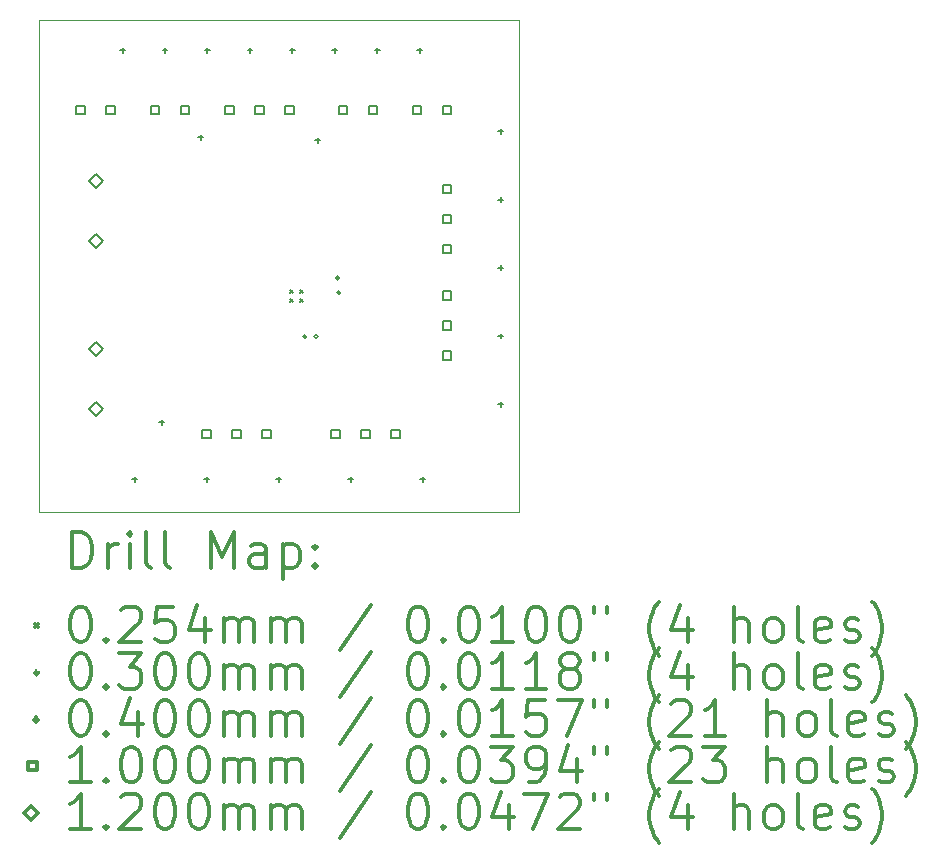
<source format=gbr>
%FSLAX45Y45*%
G04 Gerber Fmt 4.5, Leading zero omitted, Abs format (unit mm)*
G04 Created by KiCad (PCBNEW (5.1.10)-1) date 2021-07-06 21:05:42*
%MOMM*%
%LPD*%
G01*
G04 APERTURE LIST*
%TA.AperFunction,Profile*%
%ADD10C,0.050000*%
%TD*%
%ADD11C,0.200000*%
%ADD12C,0.300000*%
G04 APERTURE END LIST*
D10*
X15367000Y-12750800D02*
X15367000Y-12776200D01*
X15367000Y-8610600D02*
X15367000Y-12750800D01*
X19431000Y-8610600D02*
X15367000Y-8610600D01*
X19431000Y-12776200D02*
X19431000Y-8610600D01*
X15367000Y-12776200D02*
X19431000Y-12776200D01*
D11*
X17499330Y-10895330D02*
X17524730Y-10920730D01*
X17524730Y-10895330D02*
X17499330Y-10920730D01*
X17499330Y-10974070D02*
X17524730Y-10999470D01*
X17524730Y-10974070D02*
X17499330Y-10999470D01*
X17578070Y-10895330D02*
X17603470Y-10920730D01*
X17603470Y-10895330D02*
X17578070Y-10920730D01*
X17578070Y-10974070D02*
X17603470Y-10999470D01*
X17603470Y-10974070D02*
X17578070Y-10999470D01*
X17634980Y-11290300D02*
G75*
G03*
X17634980Y-11290300I-15000J0D01*
G01*
X17731500Y-11287760D02*
G75*
G03*
X17731500Y-11287760I-15000J0D01*
G01*
X17914360Y-10792441D02*
G75*
G03*
X17914360Y-10792441I-15000J0D01*
G01*
X17922000Y-10916920D02*
G75*
G03*
X17922000Y-10916920I-15000J0D01*
G01*
X16078200Y-8844600D02*
X16078200Y-8884600D01*
X16058200Y-8864600D02*
X16098200Y-8864600D01*
X16179800Y-12476800D02*
X16179800Y-12516800D01*
X16159800Y-12496800D02*
X16199800Y-12496800D01*
X16408400Y-11994200D02*
X16408400Y-12034200D01*
X16388400Y-12014200D02*
X16428400Y-12014200D01*
X16437428Y-8844600D02*
X16437428Y-8884600D01*
X16417428Y-8864600D02*
X16457428Y-8864600D01*
X16738600Y-9581200D02*
X16738600Y-9621200D01*
X16718600Y-9601200D02*
X16758600Y-9601200D01*
X16789400Y-12476800D02*
X16789400Y-12516800D01*
X16769400Y-12496800D02*
X16809400Y-12496800D01*
X16796657Y-8844600D02*
X16796657Y-8884600D01*
X16776657Y-8864600D02*
X16816657Y-8864600D01*
X17155886Y-8844600D02*
X17155886Y-8884600D01*
X17135886Y-8864600D02*
X17175886Y-8864600D01*
X17399000Y-12476800D02*
X17399000Y-12516800D01*
X17379000Y-12496800D02*
X17419000Y-12496800D01*
X17515114Y-8844600D02*
X17515114Y-8884600D01*
X17495114Y-8864600D02*
X17535114Y-8864600D01*
X17729200Y-9606600D02*
X17729200Y-9646600D01*
X17709200Y-9626600D02*
X17749200Y-9626600D01*
X17874343Y-8844600D02*
X17874343Y-8884600D01*
X17854343Y-8864600D02*
X17894343Y-8864600D01*
X18008600Y-12476800D02*
X18008600Y-12516800D01*
X17988600Y-12496800D02*
X18028600Y-12496800D01*
X18233571Y-8844600D02*
X18233571Y-8884600D01*
X18213571Y-8864600D02*
X18253571Y-8864600D01*
X18592800Y-8844600D02*
X18592800Y-8884600D01*
X18572800Y-8864600D02*
X18612800Y-8864600D01*
X18618200Y-12476800D02*
X18618200Y-12516800D01*
X18598200Y-12496800D02*
X18638200Y-12496800D01*
X19278600Y-9530400D02*
X19278600Y-9570400D01*
X19258600Y-9550400D02*
X19298600Y-9550400D01*
X19278600Y-10108250D02*
X19278600Y-10148250D01*
X19258600Y-10128250D02*
X19298600Y-10128250D01*
X19278600Y-10686100D02*
X19278600Y-10726100D01*
X19258600Y-10706100D02*
X19298600Y-10706100D01*
X19278600Y-11263950D02*
X19278600Y-11303950D01*
X19258600Y-11283950D02*
X19298600Y-11283950D01*
X19278600Y-11841800D02*
X19278600Y-11881800D01*
X19258600Y-11861800D02*
X19298600Y-11861800D01*
X15757956Y-9402876D02*
X15757956Y-9332164D01*
X15687244Y-9332164D01*
X15687244Y-9402876D01*
X15757956Y-9402876D01*
X16011956Y-9402876D02*
X16011956Y-9332164D01*
X15941244Y-9332164D01*
X15941244Y-9402876D01*
X16011956Y-9402876D01*
X16387876Y-9402876D02*
X16387876Y-9332164D01*
X16317164Y-9332164D01*
X16317164Y-9402876D01*
X16387876Y-9402876D01*
X16641876Y-9402876D02*
X16641876Y-9332164D01*
X16571164Y-9332164D01*
X16571164Y-9402876D01*
X16641876Y-9402876D01*
X16824756Y-12151156D02*
X16824756Y-12080444D01*
X16754044Y-12080444D01*
X16754044Y-12151156D01*
X16824756Y-12151156D01*
X17017796Y-9402876D02*
X17017796Y-9332164D01*
X16947084Y-9332164D01*
X16947084Y-9402876D01*
X17017796Y-9402876D01*
X17078756Y-12151156D02*
X17078756Y-12080444D01*
X17008044Y-12080444D01*
X17008044Y-12151156D01*
X17078756Y-12151156D01*
X17271796Y-9402876D02*
X17271796Y-9332164D01*
X17201084Y-9332164D01*
X17201084Y-9402876D01*
X17271796Y-9402876D01*
X17332756Y-12151156D02*
X17332756Y-12080444D01*
X17262044Y-12080444D01*
X17262044Y-12151156D01*
X17332756Y-12151156D01*
X17525796Y-9402876D02*
X17525796Y-9332164D01*
X17455084Y-9332164D01*
X17455084Y-9402876D01*
X17525796Y-9402876D01*
X17916956Y-12151156D02*
X17916956Y-12080444D01*
X17846244Y-12080444D01*
X17846244Y-12151156D01*
X17916956Y-12151156D01*
X17977916Y-9402876D02*
X17977916Y-9332164D01*
X17907204Y-9332164D01*
X17907204Y-9402876D01*
X17977916Y-9402876D01*
X18170956Y-12151156D02*
X18170956Y-12080444D01*
X18100244Y-12080444D01*
X18100244Y-12151156D01*
X18170956Y-12151156D01*
X18231916Y-9402876D02*
X18231916Y-9332164D01*
X18161204Y-9332164D01*
X18161204Y-9402876D01*
X18231916Y-9402876D01*
X18424956Y-12151156D02*
X18424956Y-12080444D01*
X18354244Y-12080444D01*
X18354244Y-12151156D01*
X18424956Y-12151156D01*
X18607836Y-9402876D02*
X18607836Y-9332164D01*
X18537124Y-9332164D01*
X18537124Y-9402876D01*
X18607836Y-9402876D01*
X18860566Y-10074706D02*
X18860566Y-10003994D01*
X18789854Y-10003994D01*
X18789854Y-10074706D01*
X18860566Y-10074706D01*
X18860566Y-10328706D02*
X18860566Y-10257994D01*
X18789854Y-10257994D01*
X18789854Y-10328706D01*
X18860566Y-10328706D01*
X18860566Y-10582706D02*
X18860566Y-10511994D01*
X18789854Y-10511994D01*
X18789854Y-10582706D01*
X18860566Y-10582706D01*
X18860566Y-10976406D02*
X18860566Y-10905694D01*
X18789854Y-10905694D01*
X18789854Y-10976406D01*
X18860566Y-10976406D01*
X18860566Y-11230406D02*
X18860566Y-11159694D01*
X18789854Y-11159694D01*
X18789854Y-11230406D01*
X18860566Y-11230406D01*
X18860566Y-11484406D02*
X18860566Y-11413694D01*
X18789854Y-11413694D01*
X18789854Y-11484406D01*
X18860566Y-11484406D01*
X18861836Y-9402876D02*
X18861836Y-9332164D01*
X18791124Y-9332164D01*
X18791124Y-9402876D01*
X18861836Y-9402876D01*
X15849600Y-10032040D02*
X15909600Y-9972040D01*
X15849600Y-9912040D01*
X15789600Y-9972040D01*
X15849600Y-10032040D01*
X15849600Y-10540040D02*
X15909600Y-10480040D01*
X15849600Y-10420040D01*
X15789600Y-10480040D01*
X15849600Y-10540040D01*
X15849600Y-11454440D02*
X15909600Y-11394440D01*
X15849600Y-11334440D01*
X15789600Y-11394440D01*
X15849600Y-11454440D01*
X15849600Y-11962440D02*
X15909600Y-11902440D01*
X15849600Y-11842440D01*
X15789600Y-11902440D01*
X15849600Y-11962440D01*
D12*
X15650928Y-13244414D02*
X15650928Y-12944414D01*
X15722357Y-12944414D01*
X15765214Y-12958700D01*
X15793786Y-12987271D01*
X15808071Y-13015843D01*
X15822357Y-13072986D01*
X15822357Y-13115843D01*
X15808071Y-13172986D01*
X15793786Y-13201557D01*
X15765214Y-13230129D01*
X15722357Y-13244414D01*
X15650928Y-13244414D01*
X15950928Y-13244414D02*
X15950928Y-13044414D01*
X15950928Y-13101557D02*
X15965214Y-13072986D01*
X15979500Y-13058700D01*
X16008071Y-13044414D01*
X16036643Y-13044414D01*
X16136643Y-13244414D02*
X16136643Y-13044414D01*
X16136643Y-12944414D02*
X16122357Y-12958700D01*
X16136643Y-12972986D01*
X16150928Y-12958700D01*
X16136643Y-12944414D01*
X16136643Y-12972986D01*
X16322357Y-13244414D02*
X16293786Y-13230129D01*
X16279500Y-13201557D01*
X16279500Y-12944414D01*
X16479500Y-13244414D02*
X16450928Y-13230129D01*
X16436643Y-13201557D01*
X16436643Y-12944414D01*
X16822357Y-13244414D02*
X16822357Y-12944414D01*
X16922357Y-13158700D01*
X17022357Y-12944414D01*
X17022357Y-13244414D01*
X17293786Y-13244414D02*
X17293786Y-13087271D01*
X17279500Y-13058700D01*
X17250928Y-13044414D01*
X17193786Y-13044414D01*
X17165214Y-13058700D01*
X17293786Y-13230129D02*
X17265214Y-13244414D01*
X17193786Y-13244414D01*
X17165214Y-13230129D01*
X17150928Y-13201557D01*
X17150928Y-13172986D01*
X17165214Y-13144414D01*
X17193786Y-13130129D01*
X17265214Y-13130129D01*
X17293786Y-13115843D01*
X17436643Y-13044414D02*
X17436643Y-13344414D01*
X17436643Y-13058700D02*
X17465214Y-13044414D01*
X17522357Y-13044414D01*
X17550928Y-13058700D01*
X17565214Y-13072986D01*
X17579500Y-13101557D01*
X17579500Y-13187271D01*
X17565214Y-13215843D01*
X17550928Y-13230129D01*
X17522357Y-13244414D01*
X17465214Y-13244414D01*
X17436643Y-13230129D01*
X17708071Y-13215843D02*
X17722357Y-13230129D01*
X17708071Y-13244414D01*
X17693786Y-13230129D01*
X17708071Y-13215843D01*
X17708071Y-13244414D01*
X17708071Y-13058700D02*
X17722357Y-13072986D01*
X17708071Y-13087271D01*
X17693786Y-13072986D01*
X17708071Y-13058700D01*
X17708071Y-13087271D01*
X15339100Y-13726000D02*
X15364500Y-13751400D01*
X15364500Y-13726000D02*
X15339100Y-13751400D01*
X15708071Y-13574414D02*
X15736643Y-13574414D01*
X15765214Y-13588700D01*
X15779500Y-13602986D01*
X15793786Y-13631557D01*
X15808071Y-13688700D01*
X15808071Y-13760129D01*
X15793786Y-13817271D01*
X15779500Y-13845843D01*
X15765214Y-13860129D01*
X15736643Y-13874414D01*
X15708071Y-13874414D01*
X15679500Y-13860129D01*
X15665214Y-13845843D01*
X15650928Y-13817271D01*
X15636643Y-13760129D01*
X15636643Y-13688700D01*
X15650928Y-13631557D01*
X15665214Y-13602986D01*
X15679500Y-13588700D01*
X15708071Y-13574414D01*
X15936643Y-13845843D02*
X15950928Y-13860129D01*
X15936643Y-13874414D01*
X15922357Y-13860129D01*
X15936643Y-13845843D01*
X15936643Y-13874414D01*
X16065214Y-13602986D02*
X16079500Y-13588700D01*
X16108071Y-13574414D01*
X16179500Y-13574414D01*
X16208071Y-13588700D01*
X16222357Y-13602986D01*
X16236643Y-13631557D01*
X16236643Y-13660129D01*
X16222357Y-13702986D01*
X16050928Y-13874414D01*
X16236643Y-13874414D01*
X16508071Y-13574414D02*
X16365214Y-13574414D01*
X16350928Y-13717271D01*
X16365214Y-13702986D01*
X16393786Y-13688700D01*
X16465214Y-13688700D01*
X16493786Y-13702986D01*
X16508071Y-13717271D01*
X16522357Y-13745843D01*
X16522357Y-13817271D01*
X16508071Y-13845843D01*
X16493786Y-13860129D01*
X16465214Y-13874414D01*
X16393786Y-13874414D01*
X16365214Y-13860129D01*
X16350928Y-13845843D01*
X16779500Y-13674414D02*
X16779500Y-13874414D01*
X16708071Y-13560129D02*
X16636643Y-13774414D01*
X16822357Y-13774414D01*
X16936643Y-13874414D02*
X16936643Y-13674414D01*
X16936643Y-13702986D02*
X16950928Y-13688700D01*
X16979500Y-13674414D01*
X17022357Y-13674414D01*
X17050928Y-13688700D01*
X17065214Y-13717271D01*
X17065214Y-13874414D01*
X17065214Y-13717271D02*
X17079500Y-13688700D01*
X17108071Y-13674414D01*
X17150928Y-13674414D01*
X17179500Y-13688700D01*
X17193786Y-13717271D01*
X17193786Y-13874414D01*
X17336643Y-13874414D02*
X17336643Y-13674414D01*
X17336643Y-13702986D02*
X17350928Y-13688700D01*
X17379500Y-13674414D01*
X17422357Y-13674414D01*
X17450928Y-13688700D01*
X17465214Y-13717271D01*
X17465214Y-13874414D01*
X17465214Y-13717271D02*
X17479500Y-13688700D01*
X17508071Y-13674414D01*
X17550928Y-13674414D01*
X17579500Y-13688700D01*
X17593786Y-13717271D01*
X17593786Y-13874414D01*
X18179500Y-13560129D02*
X17922357Y-13945843D01*
X18565214Y-13574414D02*
X18593786Y-13574414D01*
X18622357Y-13588700D01*
X18636643Y-13602986D01*
X18650928Y-13631557D01*
X18665214Y-13688700D01*
X18665214Y-13760129D01*
X18650928Y-13817271D01*
X18636643Y-13845843D01*
X18622357Y-13860129D01*
X18593786Y-13874414D01*
X18565214Y-13874414D01*
X18536643Y-13860129D01*
X18522357Y-13845843D01*
X18508071Y-13817271D01*
X18493786Y-13760129D01*
X18493786Y-13688700D01*
X18508071Y-13631557D01*
X18522357Y-13602986D01*
X18536643Y-13588700D01*
X18565214Y-13574414D01*
X18793786Y-13845843D02*
X18808071Y-13860129D01*
X18793786Y-13874414D01*
X18779500Y-13860129D01*
X18793786Y-13845843D01*
X18793786Y-13874414D01*
X18993786Y-13574414D02*
X19022357Y-13574414D01*
X19050928Y-13588700D01*
X19065214Y-13602986D01*
X19079500Y-13631557D01*
X19093786Y-13688700D01*
X19093786Y-13760129D01*
X19079500Y-13817271D01*
X19065214Y-13845843D01*
X19050928Y-13860129D01*
X19022357Y-13874414D01*
X18993786Y-13874414D01*
X18965214Y-13860129D01*
X18950928Y-13845843D01*
X18936643Y-13817271D01*
X18922357Y-13760129D01*
X18922357Y-13688700D01*
X18936643Y-13631557D01*
X18950928Y-13602986D01*
X18965214Y-13588700D01*
X18993786Y-13574414D01*
X19379500Y-13874414D02*
X19208071Y-13874414D01*
X19293786Y-13874414D02*
X19293786Y-13574414D01*
X19265214Y-13617271D01*
X19236643Y-13645843D01*
X19208071Y-13660129D01*
X19565214Y-13574414D02*
X19593786Y-13574414D01*
X19622357Y-13588700D01*
X19636643Y-13602986D01*
X19650928Y-13631557D01*
X19665214Y-13688700D01*
X19665214Y-13760129D01*
X19650928Y-13817271D01*
X19636643Y-13845843D01*
X19622357Y-13860129D01*
X19593786Y-13874414D01*
X19565214Y-13874414D01*
X19536643Y-13860129D01*
X19522357Y-13845843D01*
X19508071Y-13817271D01*
X19493786Y-13760129D01*
X19493786Y-13688700D01*
X19508071Y-13631557D01*
X19522357Y-13602986D01*
X19536643Y-13588700D01*
X19565214Y-13574414D01*
X19850928Y-13574414D02*
X19879500Y-13574414D01*
X19908071Y-13588700D01*
X19922357Y-13602986D01*
X19936643Y-13631557D01*
X19950928Y-13688700D01*
X19950928Y-13760129D01*
X19936643Y-13817271D01*
X19922357Y-13845843D01*
X19908071Y-13860129D01*
X19879500Y-13874414D01*
X19850928Y-13874414D01*
X19822357Y-13860129D01*
X19808071Y-13845843D01*
X19793786Y-13817271D01*
X19779500Y-13760129D01*
X19779500Y-13688700D01*
X19793786Y-13631557D01*
X19808071Y-13602986D01*
X19822357Y-13588700D01*
X19850928Y-13574414D01*
X20065214Y-13574414D02*
X20065214Y-13631557D01*
X20179500Y-13574414D02*
X20179500Y-13631557D01*
X20622357Y-13988700D02*
X20608071Y-13974414D01*
X20579500Y-13931557D01*
X20565214Y-13902986D01*
X20550928Y-13860129D01*
X20536643Y-13788700D01*
X20536643Y-13731557D01*
X20550928Y-13660129D01*
X20565214Y-13617271D01*
X20579500Y-13588700D01*
X20608071Y-13545843D01*
X20622357Y-13531557D01*
X20865214Y-13674414D02*
X20865214Y-13874414D01*
X20793786Y-13560129D02*
X20722357Y-13774414D01*
X20908071Y-13774414D01*
X21250928Y-13874414D02*
X21250928Y-13574414D01*
X21379500Y-13874414D02*
X21379500Y-13717271D01*
X21365214Y-13688700D01*
X21336643Y-13674414D01*
X21293786Y-13674414D01*
X21265214Y-13688700D01*
X21250928Y-13702986D01*
X21565214Y-13874414D02*
X21536643Y-13860129D01*
X21522357Y-13845843D01*
X21508071Y-13817271D01*
X21508071Y-13731557D01*
X21522357Y-13702986D01*
X21536643Y-13688700D01*
X21565214Y-13674414D01*
X21608071Y-13674414D01*
X21636643Y-13688700D01*
X21650928Y-13702986D01*
X21665214Y-13731557D01*
X21665214Y-13817271D01*
X21650928Y-13845843D01*
X21636643Y-13860129D01*
X21608071Y-13874414D01*
X21565214Y-13874414D01*
X21836643Y-13874414D02*
X21808071Y-13860129D01*
X21793786Y-13831557D01*
X21793786Y-13574414D01*
X22065214Y-13860129D02*
X22036643Y-13874414D01*
X21979500Y-13874414D01*
X21950928Y-13860129D01*
X21936643Y-13831557D01*
X21936643Y-13717271D01*
X21950928Y-13688700D01*
X21979500Y-13674414D01*
X22036643Y-13674414D01*
X22065214Y-13688700D01*
X22079500Y-13717271D01*
X22079500Y-13745843D01*
X21936643Y-13774414D01*
X22193786Y-13860129D02*
X22222357Y-13874414D01*
X22279500Y-13874414D01*
X22308071Y-13860129D01*
X22322357Y-13831557D01*
X22322357Y-13817271D01*
X22308071Y-13788700D01*
X22279500Y-13774414D01*
X22236643Y-13774414D01*
X22208071Y-13760129D01*
X22193786Y-13731557D01*
X22193786Y-13717271D01*
X22208071Y-13688700D01*
X22236643Y-13674414D01*
X22279500Y-13674414D01*
X22308071Y-13688700D01*
X22422357Y-13988700D02*
X22436643Y-13974414D01*
X22465214Y-13931557D01*
X22479500Y-13902986D01*
X22493786Y-13860129D01*
X22508071Y-13788700D01*
X22508071Y-13731557D01*
X22493786Y-13660129D01*
X22479500Y-13617271D01*
X22465214Y-13588700D01*
X22436643Y-13545843D01*
X22422357Y-13531557D01*
X15364500Y-14134700D02*
G75*
G03*
X15364500Y-14134700I-15000J0D01*
G01*
X15708071Y-13970414D02*
X15736643Y-13970414D01*
X15765214Y-13984700D01*
X15779500Y-13998986D01*
X15793786Y-14027557D01*
X15808071Y-14084700D01*
X15808071Y-14156129D01*
X15793786Y-14213271D01*
X15779500Y-14241843D01*
X15765214Y-14256129D01*
X15736643Y-14270414D01*
X15708071Y-14270414D01*
X15679500Y-14256129D01*
X15665214Y-14241843D01*
X15650928Y-14213271D01*
X15636643Y-14156129D01*
X15636643Y-14084700D01*
X15650928Y-14027557D01*
X15665214Y-13998986D01*
X15679500Y-13984700D01*
X15708071Y-13970414D01*
X15936643Y-14241843D02*
X15950928Y-14256129D01*
X15936643Y-14270414D01*
X15922357Y-14256129D01*
X15936643Y-14241843D01*
X15936643Y-14270414D01*
X16050928Y-13970414D02*
X16236643Y-13970414D01*
X16136643Y-14084700D01*
X16179500Y-14084700D01*
X16208071Y-14098986D01*
X16222357Y-14113271D01*
X16236643Y-14141843D01*
X16236643Y-14213271D01*
X16222357Y-14241843D01*
X16208071Y-14256129D01*
X16179500Y-14270414D01*
X16093786Y-14270414D01*
X16065214Y-14256129D01*
X16050928Y-14241843D01*
X16422357Y-13970414D02*
X16450928Y-13970414D01*
X16479500Y-13984700D01*
X16493786Y-13998986D01*
X16508071Y-14027557D01*
X16522357Y-14084700D01*
X16522357Y-14156129D01*
X16508071Y-14213271D01*
X16493786Y-14241843D01*
X16479500Y-14256129D01*
X16450928Y-14270414D01*
X16422357Y-14270414D01*
X16393786Y-14256129D01*
X16379500Y-14241843D01*
X16365214Y-14213271D01*
X16350928Y-14156129D01*
X16350928Y-14084700D01*
X16365214Y-14027557D01*
X16379500Y-13998986D01*
X16393786Y-13984700D01*
X16422357Y-13970414D01*
X16708071Y-13970414D02*
X16736643Y-13970414D01*
X16765214Y-13984700D01*
X16779500Y-13998986D01*
X16793786Y-14027557D01*
X16808071Y-14084700D01*
X16808071Y-14156129D01*
X16793786Y-14213271D01*
X16779500Y-14241843D01*
X16765214Y-14256129D01*
X16736643Y-14270414D01*
X16708071Y-14270414D01*
X16679500Y-14256129D01*
X16665214Y-14241843D01*
X16650928Y-14213271D01*
X16636643Y-14156129D01*
X16636643Y-14084700D01*
X16650928Y-14027557D01*
X16665214Y-13998986D01*
X16679500Y-13984700D01*
X16708071Y-13970414D01*
X16936643Y-14270414D02*
X16936643Y-14070414D01*
X16936643Y-14098986D02*
X16950928Y-14084700D01*
X16979500Y-14070414D01*
X17022357Y-14070414D01*
X17050928Y-14084700D01*
X17065214Y-14113271D01*
X17065214Y-14270414D01*
X17065214Y-14113271D02*
X17079500Y-14084700D01*
X17108071Y-14070414D01*
X17150928Y-14070414D01*
X17179500Y-14084700D01*
X17193786Y-14113271D01*
X17193786Y-14270414D01*
X17336643Y-14270414D02*
X17336643Y-14070414D01*
X17336643Y-14098986D02*
X17350928Y-14084700D01*
X17379500Y-14070414D01*
X17422357Y-14070414D01*
X17450928Y-14084700D01*
X17465214Y-14113271D01*
X17465214Y-14270414D01*
X17465214Y-14113271D02*
X17479500Y-14084700D01*
X17508071Y-14070414D01*
X17550928Y-14070414D01*
X17579500Y-14084700D01*
X17593786Y-14113271D01*
X17593786Y-14270414D01*
X18179500Y-13956129D02*
X17922357Y-14341843D01*
X18565214Y-13970414D02*
X18593786Y-13970414D01*
X18622357Y-13984700D01*
X18636643Y-13998986D01*
X18650928Y-14027557D01*
X18665214Y-14084700D01*
X18665214Y-14156129D01*
X18650928Y-14213271D01*
X18636643Y-14241843D01*
X18622357Y-14256129D01*
X18593786Y-14270414D01*
X18565214Y-14270414D01*
X18536643Y-14256129D01*
X18522357Y-14241843D01*
X18508071Y-14213271D01*
X18493786Y-14156129D01*
X18493786Y-14084700D01*
X18508071Y-14027557D01*
X18522357Y-13998986D01*
X18536643Y-13984700D01*
X18565214Y-13970414D01*
X18793786Y-14241843D02*
X18808071Y-14256129D01*
X18793786Y-14270414D01*
X18779500Y-14256129D01*
X18793786Y-14241843D01*
X18793786Y-14270414D01*
X18993786Y-13970414D02*
X19022357Y-13970414D01*
X19050928Y-13984700D01*
X19065214Y-13998986D01*
X19079500Y-14027557D01*
X19093786Y-14084700D01*
X19093786Y-14156129D01*
X19079500Y-14213271D01*
X19065214Y-14241843D01*
X19050928Y-14256129D01*
X19022357Y-14270414D01*
X18993786Y-14270414D01*
X18965214Y-14256129D01*
X18950928Y-14241843D01*
X18936643Y-14213271D01*
X18922357Y-14156129D01*
X18922357Y-14084700D01*
X18936643Y-14027557D01*
X18950928Y-13998986D01*
X18965214Y-13984700D01*
X18993786Y-13970414D01*
X19379500Y-14270414D02*
X19208071Y-14270414D01*
X19293786Y-14270414D02*
X19293786Y-13970414D01*
X19265214Y-14013271D01*
X19236643Y-14041843D01*
X19208071Y-14056129D01*
X19665214Y-14270414D02*
X19493786Y-14270414D01*
X19579500Y-14270414D02*
X19579500Y-13970414D01*
X19550928Y-14013271D01*
X19522357Y-14041843D01*
X19493786Y-14056129D01*
X19836643Y-14098986D02*
X19808071Y-14084700D01*
X19793786Y-14070414D01*
X19779500Y-14041843D01*
X19779500Y-14027557D01*
X19793786Y-13998986D01*
X19808071Y-13984700D01*
X19836643Y-13970414D01*
X19893786Y-13970414D01*
X19922357Y-13984700D01*
X19936643Y-13998986D01*
X19950928Y-14027557D01*
X19950928Y-14041843D01*
X19936643Y-14070414D01*
X19922357Y-14084700D01*
X19893786Y-14098986D01*
X19836643Y-14098986D01*
X19808071Y-14113271D01*
X19793786Y-14127557D01*
X19779500Y-14156129D01*
X19779500Y-14213271D01*
X19793786Y-14241843D01*
X19808071Y-14256129D01*
X19836643Y-14270414D01*
X19893786Y-14270414D01*
X19922357Y-14256129D01*
X19936643Y-14241843D01*
X19950928Y-14213271D01*
X19950928Y-14156129D01*
X19936643Y-14127557D01*
X19922357Y-14113271D01*
X19893786Y-14098986D01*
X20065214Y-13970414D02*
X20065214Y-14027557D01*
X20179500Y-13970414D02*
X20179500Y-14027557D01*
X20622357Y-14384700D02*
X20608071Y-14370414D01*
X20579500Y-14327557D01*
X20565214Y-14298986D01*
X20550928Y-14256129D01*
X20536643Y-14184700D01*
X20536643Y-14127557D01*
X20550928Y-14056129D01*
X20565214Y-14013271D01*
X20579500Y-13984700D01*
X20608071Y-13941843D01*
X20622357Y-13927557D01*
X20865214Y-14070414D02*
X20865214Y-14270414D01*
X20793786Y-13956129D02*
X20722357Y-14170414D01*
X20908071Y-14170414D01*
X21250928Y-14270414D02*
X21250928Y-13970414D01*
X21379500Y-14270414D02*
X21379500Y-14113271D01*
X21365214Y-14084700D01*
X21336643Y-14070414D01*
X21293786Y-14070414D01*
X21265214Y-14084700D01*
X21250928Y-14098986D01*
X21565214Y-14270414D02*
X21536643Y-14256129D01*
X21522357Y-14241843D01*
X21508071Y-14213271D01*
X21508071Y-14127557D01*
X21522357Y-14098986D01*
X21536643Y-14084700D01*
X21565214Y-14070414D01*
X21608071Y-14070414D01*
X21636643Y-14084700D01*
X21650928Y-14098986D01*
X21665214Y-14127557D01*
X21665214Y-14213271D01*
X21650928Y-14241843D01*
X21636643Y-14256129D01*
X21608071Y-14270414D01*
X21565214Y-14270414D01*
X21836643Y-14270414D02*
X21808071Y-14256129D01*
X21793786Y-14227557D01*
X21793786Y-13970414D01*
X22065214Y-14256129D02*
X22036643Y-14270414D01*
X21979500Y-14270414D01*
X21950928Y-14256129D01*
X21936643Y-14227557D01*
X21936643Y-14113271D01*
X21950928Y-14084700D01*
X21979500Y-14070414D01*
X22036643Y-14070414D01*
X22065214Y-14084700D01*
X22079500Y-14113271D01*
X22079500Y-14141843D01*
X21936643Y-14170414D01*
X22193786Y-14256129D02*
X22222357Y-14270414D01*
X22279500Y-14270414D01*
X22308071Y-14256129D01*
X22322357Y-14227557D01*
X22322357Y-14213271D01*
X22308071Y-14184700D01*
X22279500Y-14170414D01*
X22236643Y-14170414D01*
X22208071Y-14156129D01*
X22193786Y-14127557D01*
X22193786Y-14113271D01*
X22208071Y-14084700D01*
X22236643Y-14070414D01*
X22279500Y-14070414D01*
X22308071Y-14084700D01*
X22422357Y-14384700D02*
X22436643Y-14370414D01*
X22465214Y-14327557D01*
X22479500Y-14298986D01*
X22493786Y-14256129D01*
X22508071Y-14184700D01*
X22508071Y-14127557D01*
X22493786Y-14056129D01*
X22479500Y-14013271D01*
X22465214Y-13984700D01*
X22436643Y-13941843D01*
X22422357Y-13927557D01*
X15344500Y-14510700D02*
X15344500Y-14550700D01*
X15324500Y-14530700D02*
X15364500Y-14530700D01*
X15708071Y-14366414D02*
X15736643Y-14366414D01*
X15765214Y-14380700D01*
X15779500Y-14394986D01*
X15793786Y-14423557D01*
X15808071Y-14480700D01*
X15808071Y-14552129D01*
X15793786Y-14609271D01*
X15779500Y-14637843D01*
X15765214Y-14652129D01*
X15736643Y-14666414D01*
X15708071Y-14666414D01*
X15679500Y-14652129D01*
X15665214Y-14637843D01*
X15650928Y-14609271D01*
X15636643Y-14552129D01*
X15636643Y-14480700D01*
X15650928Y-14423557D01*
X15665214Y-14394986D01*
X15679500Y-14380700D01*
X15708071Y-14366414D01*
X15936643Y-14637843D02*
X15950928Y-14652129D01*
X15936643Y-14666414D01*
X15922357Y-14652129D01*
X15936643Y-14637843D01*
X15936643Y-14666414D01*
X16208071Y-14466414D02*
X16208071Y-14666414D01*
X16136643Y-14352129D02*
X16065214Y-14566414D01*
X16250928Y-14566414D01*
X16422357Y-14366414D02*
X16450928Y-14366414D01*
X16479500Y-14380700D01*
X16493786Y-14394986D01*
X16508071Y-14423557D01*
X16522357Y-14480700D01*
X16522357Y-14552129D01*
X16508071Y-14609271D01*
X16493786Y-14637843D01*
X16479500Y-14652129D01*
X16450928Y-14666414D01*
X16422357Y-14666414D01*
X16393786Y-14652129D01*
X16379500Y-14637843D01*
X16365214Y-14609271D01*
X16350928Y-14552129D01*
X16350928Y-14480700D01*
X16365214Y-14423557D01*
X16379500Y-14394986D01*
X16393786Y-14380700D01*
X16422357Y-14366414D01*
X16708071Y-14366414D02*
X16736643Y-14366414D01*
X16765214Y-14380700D01*
X16779500Y-14394986D01*
X16793786Y-14423557D01*
X16808071Y-14480700D01*
X16808071Y-14552129D01*
X16793786Y-14609271D01*
X16779500Y-14637843D01*
X16765214Y-14652129D01*
X16736643Y-14666414D01*
X16708071Y-14666414D01*
X16679500Y-14652129D01*
X16665214Y-14637843D01*
X16650928Y-14609271D01*
X16636643Y-14552129D01*
X16636643Y-14480700D01*
X16650928Y-14423557D01*
X16665214Y-14394986D01*
X16679500Y-14380700D01*
X16708071Y-14366414D01*
X16936643Y-14666414D02*
X16936643Y-14466414D01*
X16936643Y-14494986D02*
X16950928Y-14480700D01*
X16979500Y-14466414D01*
X17022357Y-14466414D01*
X17050928Y-14480700D01*
X17065214Y-14509271D01*
X17065214Y-14666414D01*
X17065214Y-14509271D02*
X17079500Y-14480700D01*
X17108071Y-14466414D01*
X17150928Y-14466414D01*
X17179500Y-14480700D01*
X17193786Y-14509271D01*
X17193786Y-14666414D01*
X17336643Y-14666414D02*
X17336643Y-14466414D01*
X17336643Y-14494986D02*
X17350928Y-14480700D01*
X17379500Y-14466414D01*
X17422357Y-14466414D01*
X17450928Y-14480700D01*
X17465214Y-14509271D01*
X17465214Y-14666414D01*
X17465214Y-14509271D02*
X17479500Y-14480700D01*
X17508071Y-14466414D01*
X17550928Y-14466414D01*
X17579500Y-14480700D01*
X17593786Y-14509271D01*
X17593786Y-14666414D01*
X18179500Y-14352129D02*
X17922357Y-14737843D01*
X18565214Y-14366414D02*
X18593786Y-14366414D01*
X18622357Y-14380700D01*
X18636643Y-14394986D01*
X18650928Y-14423557D01*
X18665214Y-14480700D01*
X18665214Y-14552129D01*
X18650928Y-14609271D01*
X18636643Y-14637843D01*
X18622357Y-14652129D01*
X18593786Y-14666414D01*
X18565214Y-14666414D01*
X18536643Y-14652129D01*
X18522357Y-14637843D01*
X18508071Y-14609271D01*
X18493786Y-14552129D01*
X18493786Y-14480700D01*
X18508071Y-14423557D01*
X18522357Y-14394986D01*
X18536643Y-14380700D01*
X18565214Y-14366414D01*
X18793786Y-14637843D02*
X18808071Y-14652129D01*
X18793786Y-14666414D01*
X18779500Y-14652129D01*
X18793786Y-14637843D01*
X18793786Y-14666414D01*
X18993786Y-14366414D02*
X19022357Y-14366414D01*
X19050928Y-14380700D01*
X19065214Y-14394986D01*
X19079500Y-14423557D01*
X19093786Y-14480700D01*
X19093786Y-14552129D01*
X19079500Y-14609271D01*
X19065214Y-14637843D01*
X19050928Y-14652129D01*
X19022357Y-14666414D01*
X18993786Y-14666414D01*
X18965214Y-14652129D01*
X18950928Y-14637843D01*
X18936643Y-14609271D01*
X18922357Y-14552129D01*
X18922357Y-14480700D01*
X18936643Y-14423557D01*
X18950928Y-14394986D01*
X18965214Y-14380700D01*
X18993786Y-14366414D01*
X19379500Y-14666414D02*
X19208071Y-14666414D01*
X19293786Y-14666414D02*
X19293786Y-14366414D01*
X19265214Y-14409271D01*
X19236643Y-14437843D01*
X19208071Y-14452129D01*
X19650928Y-14366414D02*
X19508071Y-14366414D01*
X19493786Y-14509271D01*
X19508071Y-14494986D01*
X19536643Y-14480700D01*
X19608071Y-14480700D01*
X19636643Y-14494986D01*
X19650928Y-14509271D01*
X19665214Y-14537843D01*
X19665214Y-14609271D01*
X19650928Y-14637843D01*
X19636643Y-14652129D01*
X19608071Y-14666414D01*
X19536643Y-14666414D01*
X19508071Y-14652129D01*
X19493786Y-14637843D01*
X19765214Y-14366414D02*
X19965214Y-14366414D01*
X19836643Y-14666414D01*
X20065214Y-14366414D02*
X20065214Y-14423557D01*
X20179500Y-14366414D02*
X20179500Y-14423557D01*
X20622357Y-14780700D02*
X20608071Y-14766414D01*
X20579500Y-14723557D01*
X20565214Y-14694986D01*
X20550928Y-14652129D01*
X20536643Y-14580700D01*
X20536643Y-14523557D01*
X20550928Y-14452129D01*
X20565214Y-14409271D01*
X20579500Y-14380700D01*
X20608071Y-14337843D01*
X20622357Y-14323557D01*
X20722357Y-14394986D02*
X20736643Y-14380700D01*
X20765214Y-14366414D01*
X20836643Y-14366414D01*
X20865214Y-14380700D01*
X20879500Y-14394986D01*
X20893786Y-14423557D01*
X20893786Y-14452129D01*
X20879500Y-14494986D01*
X20708071Y-14666414D01*
X20893786Y-14666414D01*
X21179500Y-14666414D02*
X21008071Y-14666414D01*
X21093786Y-14666414D02*
X21093786Y-14366414D01*
X21065214Y-14409271D01*
X21036643Y-14437843D01*
X21008071Y-14452129D01*
X21536643Y-14666414D02*
X21536643Y-14366414D01*
X21665214Y-14666414D02*
X21665214Y-14509271D01*
X21650928Y-14480700D01*
X21622357Y-14466414D01*
X21579500Y-14466414D01*
X21550928Y-14480700D01*
X21536643Y-14494986D01*
X21850928Y-14666414D02*
X21822357Y-14652129D01*
X21808071Y-14637843D01*
X21793786Y-14609271D01*
X21793786Y-14523557D01*
X21808071Y-14494986D01*
X21822357Y-14480700D01*
X21850928Y-14466414D01*
X21893786Y-14466414D01*
X21922357Y-14480700D01*
X21936643Y-14494986D01*
X21950928Y-14523557D01*
X21950928Y-14609271D01*
X21936643Y-14637843D01*
X21922357Y-14652129D01*
X21893786Y-14666414D01*
X21850928Y-14666414D01*
X22122357Y-14666414D02*
X22093786Y-14652129D01*
X22079500Y-14623557D01*
X22079500Y-14366414D01*
X22350928Y-14652129D02*
X22322357Y-14666414D01*
X22265214Y-14666414D01*
X22236643Y-14652129D01*
X22222357Y-14623557D01*
X22222357Y-14509271D01*
X22236643Y-14480700D01*
X22265214Y-14466414D01*
X22322357Y-14466414D01*
X22350928Y-14480700D01*
X22365214Y-14509271D01*
X22365214Y-14537843D01*
X22222357Y-14566414D01*
X22479500Y-14652129D02*
X22508071Y-14666414D01*
X22565214Y-14666414D01*
X22593786Y-14652129D01*
X22608071Y-14623557D01*
X22608071Y-14609271D01*
X22593786Y-14580700D01*
X22565214Y-14566414D01*
X22522357Y-14566414D01*
X22493786Y-14552129D01*
X22479500Y-14523557D01*
X22479500Y-14509271D01*
X22493786Y-14480700D01*
X22522357Y-14466414D01*
X22565214Y-14466414D01*
X22593786Y-14480700D01*
X22708071Y-14780700D02*
X22722357Y-14766414D01*
X22750928Y-14723557D01*
X22765214Y-14694986D01*
X22779500Y-14652129D01*
X22793786Y-14580700D01*
X22793786Y-14523557D01*
X22779500Y-14452129D01*
X22765214Y-14409271D01*
X22750928Y-14380700D01*
X22722357Y-14337843D01*
X22708071Y-14323557D01*
X15349856Y-14962056D02*
X15349856Y-14891344D01*
X15279144Y-14891344D01*
X15279144Y-14962056D01*
X15349856Y-14962056D01*
X15808071Y-15062414D02*
X15636643Y-15062414D01*
X15722357Y-15062414D02*
X15722357Y-14762414D01*
X15693786Y-14805271D01*
X15665214Y-14833843D01*
X15636643Y-14848129D01*
X15936643Y-15033843D02*
X15950928Y-15048129D01*
X15936643Y-15062414D01*
X15922357Y-15048129D01*
X15936643Y-15033843D01*
X15936643Y-15062414D01*
X16136643Y-14762414D02*
X16165214Y-14762414D01*
X16193786Y-14776700D01*
X16208071Y-14790986D01*
X16222357Y-14819557D01*
X16236643Y-14876700D01*
X16236643Y-14948129D01*
X16222357Y-15005271D01*
X16208071Y-15033843D01*
X16193786Y-15048129D01*
X16165214Y-15062414D01*
X16136643Y-15062414D01*
X16108071Y-15048129D01*
X16093786Y-15033843D01*
X16079500Y-15005271D01*
X16065214Y-14948129D01*
X16065214Y-14876700D01*
X16079500Y-14819557D01*
X16093786Y-14790986D01*
X16108071Y-14776700D01*
X16136643Y-14762414D01*
X16422357Y-14762414D02*
X16450928Y-14762414D01*
X16479500Y-14776700D01*
X16493786Y-14790986D01*
X16508071Y-14819557D01*
X16522357Y-14876700D01*
X16522357Y-14948129D01*
X16508071Y-15005271D01*
X16493786Y-15033843D01*
X16479500Y-15048129D01*
X16450928Y-15062414D01*
X16422357Y-15062414D01*
X16393786Y-15048129D01*
X16379500Y-15033843D01*
X16365214Y-15005271D01*
X16350928Y-14948129D01*
X16350928Y-14876700D01*
X16365214Y-14819557D01*
X16379500Y-14790986D01*
X16393786Y-14776700D01*
X16422357Y-14762414D01*
X16708071Y-14762414D02*
X16736643Y-14762414D01*
X16765214Y-14776700D01*
X16779500Y-14790986D01*
X16793786Y-14819557D01*
X16808071Y-14876700D01*
X16808071Y-14948129D01*
X16793786Y-15005271D01*
X16779500Y-15033843D01*
X16765214Y-15048129D01*
X16736643Y-15062414D01*
X16708071Y-15062414D01*
X16679500Y-15048129D01*
X16665214Y-15033843D01*
X16650928Y-15005271D01*
X16636643Y-14948129D01*
X16636643Y-14876700D01*
X16650928Y-14819557D01*
X16665214Y-14790986D01*
X16679500Y-14776700D01*
X16708071Y-14762414D01*
X16936643Y-15062414D02*
X16936643Y-14862414D01*
X16936643Y-14890986D02*
X16950928Y-14876700D01*
X16979500Y-14862414D01*
X17022357Y-14862414D01*
X17050928Y-14876700D01*
X17065214Y-14905271D01*
X17065214Y-15062414D01*
X17065214Y-14905271D02*
X17079500Y-14876700D01*
X17108071Y-14862414D01*
X17150928Y-14862414D01*
X17179500Y-14876700D01*
X17193786Y-14905271D01*
X17193786Y-15062414D01*
X17336643Y-15062414D02*
X17336643Y-14862414D01*
X17336643Y-14890986D02*
X17350928Y-14876700D01*
X17379500Y-14862414D01*
X17422357Y-14862414D01*
X17450928Y-14876700D01*
X17465214Y-14905271D01*
X17465214Y-15062414D01*
X17465214Y-14905271D02*
X17479500Y-14876700D01*
X17508071Y-14862414D01*
X17550928Y-14862414D01*
X17579500Y-14876700D01*
X17593786Y-14905271D01*
X17593786Y-15062414D01*
X18179500Y-14748129D02*
X17922357Y-15133843D01*
X18565214Y-14762414D02*
X18593786Y-14762414D01*
X18622357Y-14776700D01*
X18636643Y-14790986D01*
X18650928Y-14819557D01*
X18665214Y-14876700D01*
X18665214Y-14948129D01*
X18650928Y-15005271D01*
X18636643Y-15033843D01*
X18622357Y-15048129D01*
X18593786Y-15062414D01*
X18565214Y-15062414D01*
X18536643Y-15048129D01*
X18522357Y-15033843D01*
X18508071Y-15005271D01*
X18493786Y-14948129D01*
X18493786Y-14876700D01*
X18508071Y-14819557D01*
X18522357Y-14790986D01*
X18536643Y-14776700D01*
X18565214Y-14762414D01*
X18793786Y-15033843D02*
X18808071Y-15048129D01*
X18793786Y-15062414D01*
X18779500Y-15048129D01*
X18793786Y-15033843D01*
X18793786Y-15062414D01*
X18993786Y-14762414D02*
X19022357Y-14762414D01*
X19050928Y-14776700D01*
X19065214Y-14790986D01*
X19079500Y-14819557D01*
X19093786Y-14876700D01*
X19093786Y-14948129D01*
X19079500Y-15005271D01*
X19065214Y-15033843D01*
X19050928Y-15048129D01*
X19022357Y-15062414D01*
X18993786Y-15062414D01*
X18965214Y-15048129D01*
X18950928Y-15033843D01*
X18936643Y-15005271D01*
X18922357Y-14948129D01*
X18922357Y-14876700D01*
X18936643Y-14819557D01*
X18950928Y-14790986D01*
X18965214Y-14776700D01*
X18993786Y-14762414D01*
X19193786Y-14762414D02*
X19379500Y-14762414D01*
X19279500Y-14876700D01*
X19322357Y-14876700D01*
X19350928Y-14890986D01*
X19365214Y-14905271D01*
X19379500Y-14933843D01*
X19379500Y-15005271D01*
X19365214Y-15033843D01*
X19350928Y-15048129D01*
X19322357Y-15062414D01*
X19236643Y-15062414D01*
X19208071Y-15048129D01*
X19193786Y-15033843D01*
X19522357Y-15062414D02*
X19579500Y-15062414D01*
X19608071Y-15048129D01*
X19622357Y-15033843D01*
X19650928Y-14990986D01*
X19665214Y-14933843D01*
X19665214Y-14819557D01*
X19650928Y-14790986D01*
X19636643Y-14776700D01*
X19608071Y-14762414D01*
X19550928Y-14762414D01*
X19522357Y-14776700D01*
X19508071Y-14790986D01*
X19493786Y-14819557D01*
X19493786Y-14890986D01*
X19508071Y-14919557D01*
X19522357Y-14933843D01*
X19550928Y-14948129D01*
X19608071Y-14948129D01*
X19636643Y-14933843D01*
X19650928Y-14919557D01*
X19665214Y-14890986D01*
X19922357Y-14862414D02*
X19922357Y-15062414D01*
X19850928Y-14748129D02*
X19779500Y-14962414D01*
X19965214Y-14962414D01*
X20065214Y-14762414D02*
X20065214Y-14819557D01*
X20179500Y-14762414D02*
X20179500Y-14819557D01*
X20622357Y-15176700D02*
X20608071Y-15162414D01*
X20579500Y-15119557D01*
X20565214Y-15090986D01*
X20550928Y-15048129D01*
X20536643Y-14976700D01*
X20536643Y-14919557D01*
X20550928Y-14848129D01*
X20565214Y-14805271D01*
X20579500Y-14776700D01*
X20608071Y-14733843D01*
X20622357Y-14719557D01*
X20722357Y-14790986D02*
X20736643Y-14776700D01*
X20765214Y-14762414D01*
X20836643Y-14762414D01*
X20865214Y-14776700D01*
X20879500Y-14790986D01*
X20893786Y-14819557D01*
X20893786Y-14848129D01*
X20879500Y-14890986D01*
X20708071Y-15062414D01*
X20893786Y-15062414D01*
X20993786Y-14762414D02*
X21179500Y-14762414D01*
X21079500Y-14876700D01*
X21122357Y-14876700D01*
X21150928Y-14890986D01*
X21165214Y-14905271D01*
X21179500Y-14933843D01*
X21179500Y-15005271D01*
X21165214Y-15033843D01*
X21150928Y-15048129D01*
X21122357Y-15062414D01*
X21036643Y-15062414D01*
X21008071Y-15048129D01*
X20993786Y-15033843D01*
X21536643Y-15062414D02*
X21536643Y-14762414D01*
X21665214Y-15062414D02*
X21665214Y-14905271D01*
X21650928Y-14876700D01*
X21622357Y-14862414D01*
X21579500Y-14862414D01*
X21550928Y-14876700D01*
X21536643Y-14890986D01*
X21850928Y-15062414D02*
X21822357Y-15048129D01*
X21808071Y-15033843D01*
X21793786Y-15005271D01*
X21793786Y-14919557D01*
X21808071Y-14890986D01*
X21822357Y-14876700D01*
X21850928Y-14862414D01*
X21893786Y-14862414D01*
X21922357Y-14876700D01*
X21936643Y-14890986D01*
X21950928Y-14919557D01*
X21950928Y-15005271D01*
X21936643Y-15033843D01*
X21922357Y-15048129D01*
X21893786Y-15062414D01*
X21850928Y-15062414D01*
X22122357Y-15062414D02*
X22093786Y-15048129D01*
X22079500Y-15019557D01*
X22079500Y-14762414D01*
X22350928Y-15048129D02*
X22322357Y-15062414D01*
X22265214Y-15062414D01*
X22236643Y-15048129D01*
X22222357Y-15019557D01*
X22222357Y-14905271D01*
X22236643Y-14876700D01*
X22265214Y-14862414D01*
X22322357Y-14862414D01*
X22350928Y-14876700D01*
X22365214Y-14905271D01*
X22365214Y-14933843D01*
X22222357Y-14962414D01*
X22479500Y-15048129D02*
X22508071Y-15062414D01*
X22565214Y-15062414D01*
X22593786Y-15048129D01*
X22608071Y-15019557D01*
X22608071Y-15005271D01*
X22593786Y-14976700D01*
X22565214Y-14962414D01*
X22522357Y-14962414D01*
X22493786Y-14948129D01*
X22479500Y-14919557D01*
X22479500Y-14905271D01*
X22493786Y-14876700D01*
X22522357Y-14862414D01*
X22565214Y-14862414D01*
X22593786Y-14876700D01*
X22708071Y-15176700D02*
X22722357Y-15162414D01*
X22750928Y-15119557D01*
X22765214Y-15090986D01*
X22779500Y-15048129D01*
X22793786Y-14976700D01*
X22793786Y-14919557D01*
X22779500Y-14848129D01*
X22765214Y-14805271D01*
X22750928Y-14776700D01*
X22722357Y-14733843D01*
X22708071Y-14719557D01*
X15304500Y-15382700D02*
X15364500Y-15322700D01*
X15304500Y-15262700D01*
X15244500Y-15322700D01*
X15304500Y-15382700D01*
X15808071Y-15458414D02*
X15636643Y-15458414D01*
X15722357Y-15458414D02*
X15722357Y-15158414D01*
X15693786Y-15201271D01*
X15665214Y-15229843D01*
X15636643Y-15244129D01*
X15936643Y-15429843D02*
X15950928Y-15444129D01*
X15936643Y-15458414D01*
X15922357Y-15444129D01*
X15936643Y-15429843D01*
X15936643Y-15458414D01*
X16065214Y-15186986D02*
X16079500Y-15172700D01*
X16108071Y-15158414D01*
X16179500Y-15158414D01*
X16208071Y-15172700D01*
X16222357Y-15186986D01*
X16236643Y-15215557D01*
X16236643Y-15244129D01*
X16222357Y-15286986D01*
X16050928Y-15458414D01*
X16236643Y-15458414D01*
X16422357Y-15158414D02*
X16450928Y-15158414D01*
X16479500Y-15172700D01*
X16493786Y-15186986D01*
X16508071Y-15215557D01*
X16522357Y-15272700D01*
X16522357Y-15344129D01*
X16508071Y-15401271D01*
X16493786Y-15429843D01*
X16479500Y-15444129D01*
X16450928Y-15458414D01*
X16422357Y-15458414D01*
X16393786Y-15444129D01*
X16379500Y-15429843D01*
X16365214Y-15401271D01*
X16350928Y-15344129D01*
X16350928Y-15272700D01*
X16365214Y-15215557D01*
X16379500Y-15186986D01*
X16393786Y-15172700D01*
X16422357Y-15158414D01*
X16708071Y-15158414D02*
X16736643Y-15158414D01*
X16765214Y-15172700D01*
X16779500Y-15186986D01*
X16793786Y-15215557D01*
X16808071Y-15272700D01*
X16808071Y-15344129D01*
X16793786Y-15401271D01*
X16779500Y-15429843D01*
X16765214Y-15444129D01*
X16736643Y-15458414D01*
X16708071Y-15458414D01*
X16679500Y-15444129D01*
X16665214Y-15429843D01*
X16650928Y-15401271D01*
X16636643Y-15344129D01*
X16636643Y-15272700D01*
X16650928Y-15215557D01*
X16665214Y-15186986D01*
X16679500Y-15172700D01*
X16708071Y-15158414D01*
X16936643Y-15458414D02*
X16936643Y-15258414D01*
X16936643Y-15286986D02*
X16950928Y-15272700D01*
X16979500Y-15258414D01*
X17022357Y-15258414D01*
X17050928Y-15272700D01*
X17065214Y-15301271D01*
X17065214Y-15458414D01*
X17065214Y-15301271D02*
X17079500Y-15272700D01*
X17108071Y-15258414D01*
X17150928Y-15258414D01*
X17179500Y-15272700D01*
X17193786Y-15301271D01*
X17193786Y-15458414D01*
X17336643Y-15458414D02*
X17336643Y-15258414D01*
X17336643Y-15286986D02*
X17350928Y-15272700D01*
X17379500Y-15258414D01*
X17422357Y-15258414D01*
X17450928Y-15272700D01*
X17465214Y-15301271D01*
X17465214Y-15458414D01*
X17465214Y-15301271D02*
X17479500Y-15272700D01*
X17508071Y-15258414D01*
X17550928Y-15258414D01*
X17579500Y-15272700D01*
X17593786Y-15301271D01*
X17593786Y-15458414D01*
X18179500Y-15144129D02*
X17922357Y-15529843D01*
X18565214Y-15158414D02*
X18593786Y-15158414D01*
X18622357Y-15172700D01*
X18636643Y-15186986D01*
X18650928Y-15215557D01*
X18665214Y-15272700D01*
X18665214Y-15344129D01*
X18650928Y-15401271D01*
X18636643Y-15429843D01*
X18622357Y-15444129D01*
X18593786Y-15458414D01*
X18565214Y-15458414D01*
X18536643Y-15444129D01*
X18522357Y-15429843D01*
X18508071Y-15401271D01*
X18493786Y-15344129D01*
X18493786Y-15272700D01*
X18508071Y-15215557D01*
X18522357Y-15186986D01*
X18536643Y-15172700D01*
X18565214Y-15158414D01*
X18793786Y-15429843D02*
X18808071Y-15444129D01*
X18793786Y-15458414D01*
X18779500Y-15444129D01*
X18793786Y-15429843D01*
X18793786Y-15458414D01*
X18993786Y-15158414D02*
X19022357Y-15158414D01*
X19050928Y-15172700D01*
X19065214Y-15186986D01*
X19079500Y-15215557D01*
X19093786Y-15272700D01*
X19093786Y-15344129D01*
X19079500Y-15401271D01*
X19065214Y-15429843D01*
X19050928Y-15444129D01*
X19022357Y-15458414D01*
X18993786Y-15458414D01*
X18965214Y-15444129D01*
X18950928Y-15429843D01*
X18936643Y-15401271D01*
X18922357Y-15344129D01*
X18922357Y-15272700D01*
X18936643Y-15215557D01*
X18950928Y-15186986D01*
X18965214Y-15172700D01*
X18993786Y-15158414D01*
X19350928Y-15258414D02*
X19350928Y-15458414D01*
X19279500Y-15144129D02*
X19208071Y-15358414D01*
X19393786Y-15358414D01*
X19479500Y-15158414D02*
X19679500Y-15158414D01*
X19550928Y-15458414D01*
X19779500Y-15186986D02*
X19793786Y-15172700D01*
X19822357Y-15158414D01*
X19893786Y-15158414D01*
X19922357Y-15172700D01*
X19936643Y-15186986D01*
X19950928Y-15215557D01*
X19950928Y-15244129D01*
X19936643Y-15286986D01*
X19765214Y-15458414D01*
X19950928Y-15458414D01*
X20065214Y-15158414D02*
X20065214Y-15215557D01*
X20179500Y-15158414D02*
X20179500Y-15215557D01*
X20622357Y-15572700D02*
X20608071Y-15558414D01*
X20579500Y-15515557D01*
X20565214Y-15486986D01*
X20550928Y-15444129D01*
X20536643Y-15372700D01*
X20536643Y-15315557D01*
X20550928Y-15244129D01*
X20565214Y-15201271D01*
X20579500Y-15172700D01*
X20608071Y-15129843D01*
X20622357Y-15115557D01*
X20865214Y-15258414D02*
X20865214Y-15458414D01*
X20793786Y-15144129D02*
X20722357Y-15358414D01*
X20908071Y-15358414D01*
X21250928Y-15458414D02*
X21250928Y-15158414D01*
X21379500Y-15458414D02*
X21379500Y-15301271D01*
X21365214Y-15272700D01*
X21336643Y-15258414D01*
X21293786Y-15258414D01*
X21265214Y-15272700D01*
X21250928Y-15286986D01*
X21565214Y-15458414D02*
X21536643Y-15444129D01*
X21522357Y-15429843D01*
X21508071Y-15401271D01*
X21508071Y-15315557D01*
X21522357Y-15286986D01*
X21536643Y-15272700D01*
X21565214Y-15258414D01*
X21608071Y-15258414D01*
X21636643Y-15272700D01*
X21650928Y-15286986D01*
X21665214Y-15315557D01*
X21665214Y-15401271D01*
X21650928Y-15429843D01*
X21636643Y-15444129D01*
X21608071Y-15458414D01*
X21565214Y-15458414D01*
X21836643Y-15458414D02*
X21808071Y-15444129D01*
X21793786Y-15415557D01*
X21793786Y-15158414D01*
X22065214Y-15444129D02*
X22036643Y-15458414D01*
X21979500Y-15458414D01*
X21950928Y-15444129D01*
X21936643Y-15415557D01*
X21936643Y-15301271D01*
X21950928Y-15272700D01*
X21979500Y-15258414D01*
X22036643Y-15258414D01*
X22065214Y-15272700D01*
X22079500Y-15301271D01*
X22079500Y-15329843D01*
X21936643Y-15358414D01*
X22193786Y-15444129D02*
X22222357Y-15458414D01*
X22279500Y-15458414D01*
X22308071Y-15444129D01*
X22322357Y-15415557D01*
X22322357Y-15401271D01*
X22308071Y-15372700D01*
X22279500Y-15358414D01*
X22236643Y-15358414D01*
X22208071Y-15344129D01*
X22193786Y-15315557D01*
X22193786Y-15301271D01*
X22208071Y-15272700D01*
X22236643Y-15258414D01*
X22279500Y-15258414D01*
X22308071Y-15272700D01*
X22422357Y-15572700D02*
X22436643Y-15558414D01*
X22465214Y-15515557D01*
X22479500Y-15486986D01*
X22493786Y-15444129D01*
X22508071Y-15372700D01*
X22508071Y-15315557D01*
X22493786Y-15244129D01*
X22479500Y-15201271D01*
X22465214Y-15172700D01*
X22436643Y-15129843D01*
X22422357Y-15115557D01*
M02*

</source>
